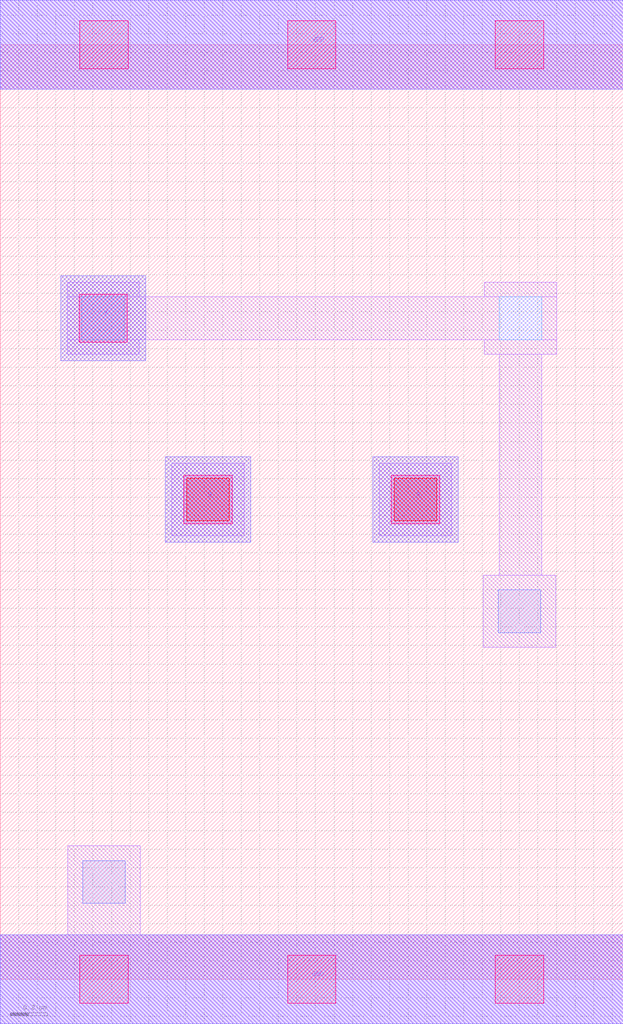
<source format=lef>
MACRO NAND2
 CLASS CORE ;
 FOREIGN NAND2 0 0 ;
 SIZE 3.36 BY 5.04 ;
 ORIGIN 0 0 ;
 SYMMETRY X Y R90 ;
 SITE unit ;
  PIN VDD
   DIRECTION INOUT ;
   USE POWER ;
   SHAPE ABUTMENT ;
    PORT
     CLASS CORE ;
       LAYER met1 ;
        RECT 0.00000000 4.80000000 3.36000000 5.28000000 ;
       LAYER met2 ;
        RECT 0.00000000 4.80000000 3.36000000 5.28000000 ;
    END
  END VDD

  PIN GND
   DIRECTION INOUT ;
   USE POWER ;
   SHAPE ABUTMENT ;
    PORT
     CLASS CORE ;
       LAYER met1 ;
        RECT 0.00000000 -0.24000000 3.36000000 0.24000000 ;
       LAYER met2 ;
        RECT 0.00000000 -0.24000000 3.36000000 0.24000000 ;
    END
  END GND

  PIN Y
   DIRECTION INOUT ;
   USE SIGNAL ;
   SHAPE ABUTMENT ;
    PORT
     CLASS CORE ;
       LAYER met2 ;
        RECT 0.32500000 3.33500000 0.78500000 3.79500000 ;
    END
  END Y

  PIN B
   DIRECTION INOUT ;
   USE SIGNAL ;
   SHAPE ABUTMENT ;
    PORT
     CLASS CORE ;
       LAYER met2 ;
        RECT 0.89000000 2.35700000 1.35000000 2.81700000 ;
    END
  END B

  PIN A
   DIRECTION INOUT ;
   USE SIGNAL ;
   SHAPE ABUTMENT ;
    PORT
     CLASS CORE ;
       LAYER met2 ;
        RECT 2.01000000 2.35700000 2.47000000 2.81700000 ;
    END
  END A

 OBS
    LAYER polycont ;
     RECT 1.00500000 2.47200000 1.23500000 2.70200000 ;
     RECT 2.12500000 2.47200000 2.35500000 2.70200000 ;

    LAYER pdiffc ;
     RECT 0.44000000 3.45000000 0.67000000 3.68000000 ;
     RECT 2.69000000 3.45000000 2.92000000 3.68000000 ;

    LAYER ndiffc ;
     RECT 0.44500000 0.41000000 0.67500000 0.64000000 ;
     RECT 2.68500000 1.87000000 2.91500000 2.10000000 ;

    LAYER met1 ;
     RECT 0.00000000 -0.24000000 3.36000000 0.24000000 ;
     RECT 0.36500000 0.24000000 0.75500000 0.72000000 ;
     RECT 0.92500000 2.39200000 1.31500000 2.78200000 ;
     RECT 2.04500000 2.39200000 2.43500000 2.78200000 ;
     RECT 2.60500000 1.79000000 2.99500000 2.18000000 ;
     RECT 2.69000000 2.18000000 2.92000000 3.37000000 ;
     RECT 0.36000000 3.37000000 0.75000000 3.45000000 ;
     RECT 2.61000000 3.37000000 3.00000000 3.45000000 ;
     RECT 0.36000000 3.45000000 3.00000000 3.68000000 ;
     RECT 0.36000000 3.68000000 0.75000000 3.76000000 ;
     RECT 2.61000000 3.68000000 3.00000000 3.76000000 ;
     RECT 0.00000000 4.80000000 3.36000000 5.28000000 ;

    LAYER via1 ;
     RECT 0.43000000 -0.13000000 0.69000000 0.13000000 ;
     RECT 1.55000000 -0.13000000 1.81000000 0.13000000 ;
     RECT 2.67000000 -0.13000000 2.93000000 0.13000000 ;
     RECT 0.99000000 2.45700000 1.25000000 2.71700000 ;
     RECT 2.11000000 2.45700000 2.37000000 2.71700000 ;
     RECT 0.42500000 3.43500000 0.68500000 3.69500000 ;
     RECT 0.43000000 4.91000000 0.69000000 5.17000000 ;
     RECT 1.55000000 4.91000000 1.81000000 5.17000000 ;
     RECT 2.67000000 4.91000000 2.93000000 5.17000000 ;

    LAYER met2 ;
     RECT 0.00000000 -0.24000000 3.36000000 0.24000000 ;
     RECT 0.89000000 2.35700000 1.35000000 2.81700000 ;
     RECT 2.01000000 2.35700000 2.47000000 2.81700000 ;
     RECT 0.32500000 3.33500000 0.78500000 3.79500000 ;
     RECT 0.00000000 4.80000000 3.36000000 5.28000000 ;

 END
END NAND2

</source>
